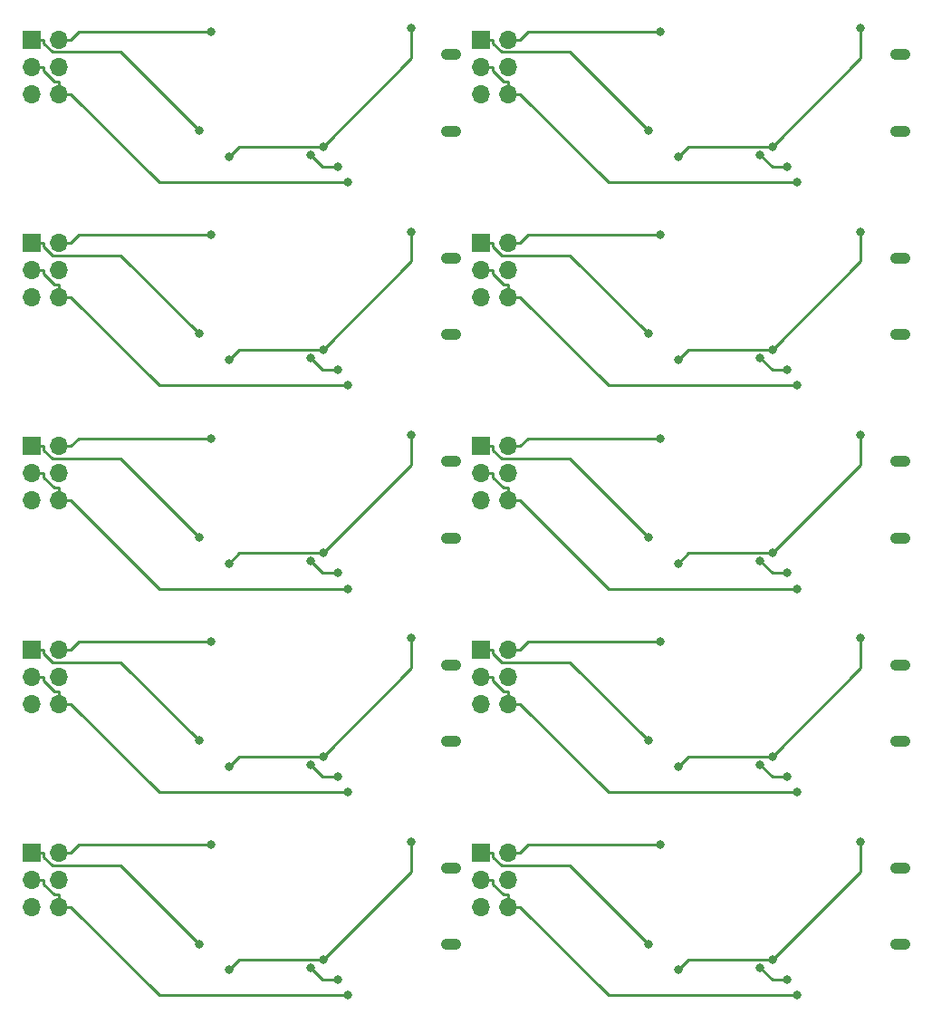
<source format=gbr>
%TF.GenerationSoftware,KiCad,Pcbnew,(5.1.9)-1*%
%TF.CreationDate,2021-05-04T17:37:26+02:00*%
%TF.ProjectId,IM350_AM550_5V_V2.0_Multi,494d3335-305f-4414-9d35-35305f35565f,rev?*%
%TF.SameCoordinates,Original*%
%TF.FileFunction,Copper,L2,Bot*%
%TF.FilePolarity,Positive*%
%FSLAX46Y46*%
G04 Gerber Fmt 4.6, Leading zero omitted, Abs format (unit mm)*
G04 Created by KiCad (PCBNEW (5.1.9)-1) date 2021-05-04 17:37:26*
%MOMM*%
%LPD*%
G01*
G04 APERTURE LIST*
%TA.AperFunction,ComponentPad*%
%ADD10O,1.900000X1.050000*%
%TD*%
%TA.AperFunction,ComponentPad*%
%ADD11O,1.700000X1.700000*%
%TD*%
%TA.AperFunction,ComponentPad*%
%ADD12R,1.700000X1.700000*%
%TD*%
%TA.AperFunction,ViaPad*%
%ADD13C,0.800000*%
%TD*%
%TA.AperFunction,Conductor*%
%ADD14C,0.250000*%
%TD*%
G04 APERTURE END LIST*
D10*
%TO.P,J5,*%
%TO.N,*%
X69200000Y-106425000D03*
X69200000Y-113575000D03*
%TD*%
D11*
%TO.P,J7,6*%
%TO.N,Net-(C2-Pad2)*%
X32540000Y-110080000D03*
%TO.P,J7,5*%
%TO.N,Net-(J7-Pad5)*%
X30000000Y-110080000D03*
%TO.P,J7,4*%
%TO.N,Net-(J7-Pad4)*%
X32540000Y-107540000D03*
%TO.P,J7,3*%
%TO.N,Net-(C2-Pad2)*%
X30000000Y-107540000D03*
%TO.P,J7,2*%
%TO.N,Net-(J7-Pad2)*%
X32540000Y-105000000D03*
D12*
%TO.P,J7,1*%
%TO.N,Net-(J7-Pad1)*%
X30000000Y-105000000D03*
%TD*%
D10*
%TO.P,J5,*%
%TO.N,*%
X111200000Y-113575000D03*
X111200000Y-106425000D03*
%TD*%
D12*
%TO.P,J7,1*%
%TO.N,Net-(J7-Pad1)*%
X72000000Y-105000000D03*
D11*
%TO.P,J7,2*%
%TO.N,Net-(J7-Pad2)*%
X74540000Y-105000000D03*
%TO.P,J7,3*%
%TO.N,Net-(C2-Pad2)*%
X72000000Y-107540000D03*
%TO.P,J7,4*%
%TO.N,Net-(J7-Pad4)*%
X74540000Y-107540000D03*
%TO.P,J7,5*%
%TO.N,Net-(J7-Pad5)*%
X72000000Y-110080000D03*
%TO.P,J7,6*%
%TO.N,Net-(C2-Pad2)*%
X74540000Y-110080000D03*
%TD*%
D10*
%TO.P,J5,*%
%TO.N,*%
X111200000Y-87425000D03*
X111200000Y-94575000D03*
%TD*%
D11*
%TO.P,J7,6*%
%TO.N,Net-(C2-Pad2)*%
X74540000Y-91080000D03*
%TO.P,J7,5*%
%TO.N,Net-(J7-Pad5)*%
X72000000Y-91080000D03*
%TO.P,J7,4*%
%TO.N,Net-(J7-Pad4)*%
X74540000Y-88540000D03*
%TO.P,J7,3*%
%TO.N,Net-(C2-Pad2)*%
X72000000Y-88540000D03*
%TO.P,J7,2*%
%TO.N,Net-(J7-Pad2)*%
X74540000Y-86000000D03*
D12*
%TO.P,J7,1*%
%TO.N,Net-(J7-Pad1)*%
X72000000Y-86000000D03*
%TD*%
%TO.P,J7,1*%
%TO.N,Net-(J7-Pad1)*%
X30000000Y-86000000D03*
D11*
%TO.P,J7,2*%
%TO.N,Net-(J7-Pad2)*%
X32540000Y-86000000D03*
%TO.P,J7,3*%
%TO.N,Net-(C2-Pad2)*%
X30000000Y-88540000D03*
%TO.P,J7,4*%
%TO.N,Net-(J7-Pad4)*%
X32540000Y-88540000D03*
%TO.P,J7,5*%
%TO.N,Net-(J7-Pad5)*%
X30000000Y-91080000D03*
%TO.P,J7,6*%
%TO.N,Net-(C2-Pad2)*%
X32540000Y-91080000D03*
%TD*%
D10*
%TO.P,J5,*%
%TO.N,*%
X69200000Y-94575000D03*
X69200000Y-87425000D03*
%TD*%
%TO.P,J5,*%
%TO.N,*%
X69200000Y-68425000D03*
X69200000Y-75575000D03*
%TD*%
D11*
%TO.P,J7,6*%
%TO.N,Net-(C2-Pad2)*%
X32540000Y-72080000D03*
%TO.P,J7,5*%
%TO.N,Net-(J7-Pad5)*%
X30000000Y-72080000D03*
%TO.P,J7,4*%
%TO.N,Net-(J7-Pad4)*%
X32540000Y-69540000D03*
%TO.P,J7,3*%
%TO.N,Net-(C2-Pad2)*%
X30000000Y-69540000D03*
%TO.P,J7,2*%
%TO.N,Net-(J7-Pad2)*%
X32540000Y-67000000D03*
D12*
%TO.P,J7,1*%
%TO.N,Net-(J7-Pad1)*%
X30000000Y-67000000D03*
%TD*%
D10*
%TO.P,J5,*%
%TO.N,*%
X111200000Y-75575000D03*
X111200000Y-68425000D03*
%TD*%
D12*
%TO.P,J7,1*%
%TO.N,Net-(J7-Pad1)*%
X72000000Y-67000000D03*
D11*
%TO.P,J7,2*%
%TO.N,Net-(J7-Pad2)*%
X74540000Y-67000000D03*
%TO.P,J7,3*%
%TO.N,Net-(C2-Pad2)*%
X72000000Y-69540000D03*
%TO.P,J7,4*%
%TO.N,Net-(J7-Pad4)*%
X74540000Y-69540000D03*
%TO.P,J7,5*%
%TO.N,Net-(J7-Pad5)*%
X72000000Y-72080000D03*
%TO.P,J7,6*%
%TO.N,Net-(C2-Pad2)*%
X74540000Y-72080000D03*
%TD*%
%TO.P,J7,6*%
%TO.N,Net-(C2-Pad2)*%
X74540000Y-53080000D03*
%TO.P,J7,5*%
%TO.N,Net-(J7-Pad5)*%
X72000000Y-53080000D03*
%TO.P,J7,4*%
%TO.N,Net-(J7-Pad4)*%
X74540000Y-50540000D03*
%TO.P,J7,3*%
%TO.N,Net-(C2-Pad2)*%
X72000000Y-50540000D03*
%TO.P,J7,2*%
%TO.N,Net-(J7-Pad2)*%
X74540000Y-48000000D03*
D12*
%TO.P,J7,1*%
%TO.N,Net-(J7-Pad1)*%
X72000000Y-48000000D03*
%TD*%
D10*
%TO.P,J5,*%
%TO.N,*%
X111200000Y-49425000D03*
X111200000Y-56575000D03*
%TD*%
%TO.P,J5,*%
%TO.N,*%
X69200000Y-56575000D03*
X69200000Y-49425000D03*
%TD*%
D12*
%TO.P,J7,1*%
%TO.N,Net-(J7-Pad1)*%
X30000000Y-48000000D03*
D11*
%TO.P,J7,2*%
%TO.N,Net-(J7-Pad2)*%
X32540000Y-48000000D03*
%TO.P,J7,3*%
%TO.N,Net-(C2-Pad2)*%
X30000000Y-50540000D03*
%TO.P,J7,4*%
%TO.N,Net-(J7-Pad4)*%
X32540000Y-50540000D03*
%TO.P,J7,5*%
%TO.N,Net-(J7-Pad5)*%
X30000000Y-53080000D03*
%TO.P,J7,6*%
%TO.N,Net-(C2-Pad2)*%
X32540000Y-53080000D03*
%TD*%
D10*
%TO.P,J5,*%
%TO.N,*%
X111200000Y-37575000D03*
X111200000Y-30425000D03*
%TD*%
D12*
%TO.P,J7,1*%
%TO.N,Net-(J7-Pad1)*%
X72000000Y-29000000D03*
D11*
%TO.P,J7,2*%
%TO.N,Net-(J7-Pad2)*%
X74540000Y-29000000D03*
%TO.P,J7,3*%
%TO.N,Net-(C2-Pad2)*%
X72000000Y-31540000D03*
%TO.P,J7,4*%
%TO.N,Net-(J7-Pad4)*%
X74540000Y-31540000D03*
%TO.P,J7,5*%
%TO.N,Net-(J7-Pad5)*%
X72000000Y-34080000D03*
%TO.P,J7,6*%
%TO.N,Net-(C2-Pad2)*%
X74540000Y-34080000D03*
%TD*%
%TO.P,J7,6*%
%TO.N,Net-(C2-Pad2)*%
X32540000Y-34080000D03*
%TO.P,J7,5*%
%TO.N,Net-(J7-Pad5)*%
X30000000Y-34080000D03*
%TO.P,J7,4*%
%TO.N,Net-(J7-Pad4)*%
X32540000Y-31540000D03*
%TO.P,J7,3*%
%TO.N,Net-(C2-Pad2)*%
X30000000Y-31540000D03*
%TO.P,J7,2*%
%TO.N,Net-(J7-Pad2)*%
X32540000Y-29000000D03*
D12*
%TO.P,J7,1*%
%TO.N,Net-(J7-Pad1)*%
X30000000Y-29000000D03*
%TD*%
D10*
%TO.P,J5,*%
%TO.N,*%
X69200000Y-30425000D03*
X69200000Y-37575000D03*
%TD*%
D13*
%TO.N,+3V3*%
X65545200Y-27950000D03*
X57289600Y-38993500D03*
X48478500Y-39936000D03*
X107545200Y-27950000D03*
X99289600Y-38993500D03*
X90478500Y-39936000D03*
X65545200Y-46950000D03*
X57289600Y-57993500D03*
X48478500Y-58936000D03*
X107545200Y-46950000D03*
X99289600Y-57993500D03*
X90478500Y-58936000D03*
X57289600Y-76993500D03*
X107545200Y-65950000D03*
X99289600Y-76993500D03*
X90478500Y-77936000D03*
X65545200Y-65950000D03*
X48478500Y-77936000D03*
X57289600Y-95993500D03*
X48478500Y-96936000D03*
X107545200Y-84950000D03*
X99289600Y-95993500D03*
X90478500Y-96936000D03*
X65545200Y-84950000D03*
X90478500Y-115936000D03*
X65545200Y-103950000D03*
X48478500Y-115936000D03*
X107545200Y-103950000D03*
X99289600Y-114993500D03*
X57289600Y-114993500D03*
%TO.N,Net-(C2-Pad2)*%
X59620500Y-42307500D03*
X101620500Y-42307500D03*
X59620500Y-61307500D03*
X101620500Y-61307500D03*
X101620500Y-80307500D03*
X59620500Y-80307500D03*
X59620500Y-99307500D03*
X101620500Y-99307500D03*
X59620500Y-118307500D03*
X101620500Y-118307500D03*
%TO.N,Net-(J7-Pad2)*%
X46835400Y-28261900D03*
X88835400Y-28261900D03*
X46835400Y-47261900D03*
X88835400Y-47261900D03*
X88835400Y-66261900D03*
X46835400Y-66261900D03*
X88835400Y-85261900D03*
X46835400Y-85261900D03*
X46835400Y-104261900D03*
X88835400Y-104261900D03*
%TO.N,Net-(J7-Pad1)*%
X45663800Y-37497900D03*
X87663800Y-37497900D03*
X45663800Y-56497900D03*
X87663800Y-56497900D03*
X45663800Y-75497900D03*
X87663800Y-75497900D03*
X87663800Y-94497900D03*
X45663800Y-94497900D03*
X45663800Y-113497900D03*
X87663800Y-113497900D03*
%TO.N,Net-(SW1-Pad1)*%
X58630500Y-40855200D03*
X56151700Y-39749600D03*
X98151700Y-39749600D03*
X100630500Y-40855200D03*
X56151700Y-58749600D03*
X58630500Y-59855200D03*
X100630500Y-59855200D03*
X98151700Y-58749600D03*
X100630500Y-78855200D03*
X56151700Y-77749600D03*
X58630500Y-78855200D03*
X98151700Y-77749600D03*
X56151700Y-96749600D03*
X58630500Y-97855200D03*
X100630500Y-97855200D03*
X98151700Y-96749600D03*
X98151700Y-115749600D03*
X56151700Y-115749600D03*
X58630500Y-116855200D03*
X100630500Y-116855200D03*
%TD*%
D14*
%TO.N,+3V3*%
X57289600Y-38993500D02*
X65545200Y-30737900D01*
X65545200Y-30737900D02*
X65545200Y-27950000D01*
X48478500Y-39936000D02*
X49421000Y-38993500D01*
X49421000Y-38993500D02*
X57289600Y-38993500D01*
X99289600Y-38993500D02*
X107545200Y-30737900D01*
X107545200Y-30737900D02*
X107545200Y-27950000D01*
X90478500Y-39936000D02*
X91421000Y-38993500D01*
X91421000Y-38993500D02*
X99289600Y-38993500D01*
X57289600Y-57993500D02*
X65545200Y-49737900D01*
X65545200Y-49737900D02*
X65545200Y-46950000D01*
X48478500Y-58936000D02*
X49421000Y-57993500D01*
X49421000Y-57993500D02*
X57289600Y-57993500D01*
X99289600Y-57993500D02*
X107545200Y-49737900D01*
X91421000Y-57993500D02*
X99289600Y-57993500D01*
X107545200Y-49737900D02*
X107545200Y-46950000D01*
X90478500Y-58936000D02*
X91421000Y-57993500D01*
X65545200Y-68737900D02*
X65545200Y-65950000D01*
X49421000Y-76993500D02*
X57289600Y-76993500D01*
X57289600Y-76993500D02*
X65545200Y-68737900D01*
X48478500Y-77936000D02*
X49421000Y-76993500D01*
X91421000Y-76993500D02*
X99289600Y-76993500D01*
X107545200Y-68737900D02*
X107545200Y-65950000D01*
X99289600Y-76993500D02*
X107545200Y-68737900D01*
X90478500Y-77936000D02*
X91421000Y-76993500D01*
X49421000Y-95993500D02*
X57289600Y-95993500D01*
X57289600Y-95993500D02*
X65545200Y-87737900D01*
X65545200Y-87737900D02*
X65545200Y-84950000D01*
X48478500Y-96936000D02*
X49421000Y-95993500D01*
X99289600Y-95993500D02*
X107545200Y-87737900D01*
X91421000Y-95993500D02*
X99289600Y-95993500D01*
X107545200Y-87737900D02*
X107545200Y-84950000D01*
X90478500Y-96936000D02*
X91421000Y-95993500D01*
X107545200Y-106737900D02*
X107545200Y-103950000D01*
X91421000Y-114993500D02*
X99289600Y-114993500D01*
X49421000Y-114993500D02*
X57289600Y-114993500D01*
X57289600Y-114993500D02*
X65545200Y-106737900D01*
X65545200Y-106737900D02*
X65545200Y-103950000D01*
X90478500Y-115936000D02*
X91421000Y-114993500D01*
X99289600Y-114993500D02*
X107545200Y-106737900D01*
X48478500Y-115936000D02*
X49421000Y-114993500D01*
%TO.N,Net-(C2-Pad2)*%
X32540000Y-34080000D02*
X33715300Y-34080000D01*
X59620500Y-42307500D02*
X41942800Y-42307500D01*
X41942800Y-42307500D02*
X33715300Y-34080000D01*
X32540000Y-34080000D02*
X32540000Y-32904700D01*
X30000000Y-31540000D02*
X31175300Y-31540000D01*
X31175300Y-31540000D02*
X31175300Y-31907300D01*
X31175300Y-31907300D02*
X32172700Y-32904700D01*
X32172700Y-32904700D02*
X32540000Y-32904700D01*
X74540000Y-34080000D02*
X75715300Y-34080000D01*
X74540000Y-34080000D02*
X74540000Y-32904700D01*
X101620500Y-42307500D02*
X83942800Y-42307500D01*
X72000000Y-31540000D02*
X73175300Y-31540000D01*
X73175300Y-31540000D02*
X73175300Y-31907300D01*
X73175300Y-31907300D02*
X74172700Y-32904700D01*
X83942800Y-42307500D02*
X75715300Y-34080000D01*
X74172700Y-32904700D02*
X74540000Y-32904700D01*
X32540000Y-53080000D02*
X33715300Y-53080000D01*
X32540000Y-53080000D02*
X32540000Y-51904700D01*
X59620500Y-61307500D02*
X41942800Y-61307500D01*
X30000000Y-50540000D02*
X31175300Y-50540000D01*
X31175300Y-50540000D02*
X31175300Y-50907300D01*
X31175300Y-50907300D02*
X32172700Y-51904700D01*
X41942800Y-61307500D02*
X33715300Y-53080000D01*
X32172700Y-51904700D02*
X32540000Y-51904700D01*
X74540000Y-53080000D02*
X75715300Y-53080000D01*
X101620500Y-61307500D02*
X83942800Y-61307500D01*
X72000000Y-50540000D02*
X73175300Y-50540000D01*
X74540000Y-53080000D02*
X74540000Y-51904700D01*
X73175300Y-50540000D02*
X73175300Y-50907300D01*
X73175300Y-50907300D02*
X74172700Y-51904700D01*
X83942800Y-61307500D02*
X75715300Y-53080000D01*
X74172700Y-51904700D02*
X74540000Y-51904700D01*
X30000000Y-69540000D02*
X31175300Y-69540000D01*
X31175300Y-69907300D02*
X32172700Y-70904700D01*
X41942800Y-80307500D02*
X33715300Y-72080000D01*
X32172700Y-70904700D02*
X32540000Y-70904700D01*
X31175300Y-69540000D02*
X31175300Y-69907300D01*
X32540000Y-72080000D02*
X32540000Y-70904700D01*
X59620500Y-80307500D02*
X41942800Y-80307500D01*
X32540000Y-72080000D02*
X33715300Y-72080000D01*
X74540000Y-72080000D02*
X75715300Y-72080000D01*
X101620500Y-80307500D02*
X83942800Y-80307500D01*
X72000000Y-69540000D02*
X73175300Y-69540000D01*
X74540000Y-72080000D02*
X74540000Y-70904700D01*
X73175300Y-69540000D02*
X73175300Y-69907300D01*
X73175300Y-69907300D02*
X74172700Y-70904700D01*
X74172700Y-70904700D02*
X74540000Y-70904700D01*
X83942800Y-80307500D02*
X75715300Y-72080000D01*
X32540000Y-91080000D02*
X33715300Y-91080000D01*
X30000000Y-88540000D02*
X31175300Y-88540000D01*
X41942800Y-99307500D02*
X33715300Y-91080000D01*
X31175300Y-88907300D02*
X32172700Y-89904700D01*
X32540000Y-91080000D02*
X32540000Y-89904700D01*
X59620500Y-99307500D02*
X41942800Y-99307500D01*
X31175300Y-88540000D02*
X31175300Y-88907300D01*
X32172700Y-89904700D02*
X32540000Y-89904700D01*
X73175300Y-88540000D02*
X73175300Y-88907300D01*
X74540000Y-91080000D02*
X75715300Y-91080000D01*
X73175300Y-88907300D02*
X74172700Y-89904700D01*
X74540000Y-91080000D02*
X74540000Y-89904700D01*
X101620500Y-99307500D02*
X83942800Y-99307500D01*
X72000000Y-88540000D02*
X73175300Y-88540000D01*
X83942800Y-99307500D02*
X75715300Y-91080000D01*
X74172700Y-89904700D02*
X74540000Y-89904700D01*
X72000000Y-107540000D02*
X73175300Y-107540000D01*
X83942800Y-118307500D02*
X75715300Y-110080000D01*
X30000000Y-107540000D02*
X31175300Y-107540000D01*
X59620500Y-118307500D02*
X41942800Y-118307500D01*
X41942800Y-118307500D02*
X33715300Y-110080000D01*
X32540000Y-110080000D02*
X32540000Y-108904700D01*
X31175300Y-107907300D02*
X32172700Y-108904700D01*
X32540000Y-110080000D02*
X33715300Y-110080000D01*
X74172700Y-108904700D02*
X74540000Y-108904700D01*
X74540000Y-110080000D02*
X75715300Y-110080000D01*
X73175300Y-107540000D02*
X73175300Y-107907300D01*
X101620500Y-118307500D02*
X83942800Y-118307500D01*
X74540000Y-110080000D02*
X74540000Y-108904700D01*
X31175300Y-107540000D02*
X31175300Y-107907300D01*
X32172700Y-108904700D02*
X32540000Y-108904700D01*
X73175300Y-107907300D02*
X74172700Y-108904700D01*
%TO.N,Net-(J7-Pad2)*%
X32540000Y-29000000D02*
X33715300Y-29000000D01*
X33715300Y-29000000D02*
X34453400Y-28261900D01*
X34453400Y-28261900D02*
X46835400Y-28261900D01*
X75715300Y-29000000D02*
X76453400Y-28261900D01*
X74540000Y-29000000D02*
X75715300Y-29000000D01*
X76453400Y-28261900D02*
X88835400Y-28261900D01*
X33715300Y-48000000D02*
X34453400Y-47261900D01*
X32540000Y-48000000D02*
X33715300Y-48000000D01*
X34453400Y-47261900D02*
X46835400Y-47261900D01*
X75715300Y-48000000D02*
X76453400Y-47261900D01*
X74540000Y-48000000D02*
X75715300Y-48000000D01*
X76453400Y-47261900D02*
X88835400Y-47261900D01*
X34453400Y-66261900D02*
X46835400Y-66261900D01*
X33715300Y-67000000D02*
X34453400Y-66261900D01*
X32540000Y-67000000D02*
X33715300Y-67000000D01*
X74540000Y-67000000D02*
X75715300Y-67000000D01*
X75715300Y-67000000D02*
X76453400Y-66261900D01*
X76453400Y-66261900D02*
X88835400Y-66261900D01*
X32540000Y-86000000D02*
X33715300Y-86000000D01*
X34453400Y-85261900D02*
X46835400Y-85261900D01*
X33715300Y-86000000D02*
X34453400Y-85261900D01*
X74540000Y-86000000D02*
X75715300Y-86000000D01*
X75715300Y-86000000D02*
X76453400Y-85261900D01*
X76453400Y-85261900D02*
X88835400Y-85261900D01*
X76453400Y-104261900D02*
X88835400Y-104261900D01*
X75715300Y-105000000D02*
X76453400Y-104261900D01*
X74540000Y-105000000D02*
X75715300Y-105000000D01*
X32540000Y-105000000D02*
X33715300Y-105000000D01*
X34453400Y-104261900D02*
X46835400Y-104261900D01*
X33715300Y-105000000D02*
X34453400Y-104261900D01*
%TO.N,Net-(J7-Pad1)*%
X30000000Y-29000000D02*
X31175300Y-29000000D01*
X45663800Y-37497900D02*
X38341200Y-30175300D01*
X38341200Y-30175300D02*
X31983200Y-30175300D01*
X31983200Y-30175300D02*
X31175300Y-29367400D01*
X31175300Y-29367400D02*
X31175300Y-29000000D01*
X87663800Y-37497900D02*
X80341200Y-30175300D01*
X73175300Y-29367400D02*
X73175300Y-29000000D01*
X80341200Y-30175300D02*
X73983200Y-30175300D01*
X73983200Y-30175300D02*
X73175300Y-29367400D01*
X72000000Y-29000000D02*
X73175300Y-29000000D01*
X45663800Y-56497900D02*
X38341200Y-49175300D01*
X31175300Y-48367400D02*
X31175300Y-48000000D01*
X38341200Y-49175300D02*
X31983200Y-49175300D01*
X31983200Y-49175300D02*
X31175300Y-48367400D01*
X30000000Y-48000000D02*
X31175300Y-48000000D01*
X73983200Y-49175300D02*
X73175300Y-48367400D01*
X87663800Y-56497900D02*
X80341200Y-49175300D01*
X73175300Y-48367400D02*
X73175300Y-48000000D01*
X80341200Y-49175300D02*
X73983200Y-49175300D01*
X72000000Y-48000000D02*
X73175300Y-48000000D01*
X45663800Y-75497900D02*
X38341200Y-68175300D01*
X31983200Y-68175300D02*
X31175300Y-67367400D01*
X38341200Y-68175300D02*
X31983200Y-68175300D01*
X31175300Y-67367400D02*
X31175300Y-67000000D01*
X30000000Y-67000000D02*
X31175300Y-67000000D01*
X87663800Y-75497900D02*
X80341200Y-68175300D01*
X73983200Y-68175300D02*
X73175300Y-67367400D01*
X73175300Y-67367400D02*
X73175300Y-67000000D01*
X80341200Y-68175300D02*
X73983200Y-68175300D01*
X72000000Y-67000000D02*
X73175300Y-67000000D01*
X45663800Y-94497900D02*
X38341200Y-87175300D01*
X31983200Y-87175300D02*
X31175300Y-86367400D01*
X30000000Y-86000000D02*
X31175300Y-86000000D01*
X38341200Y-87175300D02*
X31983200Y-87175300D01*
X31175300Y-86367400D02*
X31175300Y-86000000D01*
X73175300Y-86367400D02*
X73175300Y-86000000D01*
X80341200Y-87175300D02*
X73983200Y-87175300D01*
X73983200Y-87175300D02*
X73175300Y-86367400D01*
X87663800Y-94497900D02*
X80341200Y-87175300D01*
X72000000Y-86000000D02*
X73175300Y-86000000D01*
X73175300Y-105367400D02*
X73175300Y-105000000D01*
X80341200Y-106175300D02*
X73983200Y-106175300D01*
X31175300Y-105367400D02*
X31175300Y-105000000D01*
X45663800Y-113497900D02*
X38341200Y-106175300D01*
X31983200Y-106175300D02*
X31175300Y-105367400D01*
X73983200Y-106175300D02*
X73175300Y-105367400D01*
X87663800Y-113497900D02*
X80341200Y-106175300D01*
X72000000Y-105000000D02*
X73175300Y-105000000D01*
X30000000Y-105000000D02*
X31175300Y-105000000D01*
X38341200Y-106175300D02*
X31983200Y-106175300D01*
%TO.N,Net-(SW1-Pad1)*%
X56151700Y-39749600D02*
X57257300Y-40855200D01*
X57257300Y-40855200D02*
X58630500Y-40855200D01*
X98151700Y-39749600D02*
X99257300Y-40855200D01*
X99257300Y-40855200D02*
X100630500Y-40855200D01*
X56151700Y-58749600D02*
X57257300Y-59855200D01*
X57257300Y-59855200D02*
X58630500Y-59855200D01*
X98151700Y-58749600D02*
X99257300Y-59855200D01*
X99257300Y-59855200D02*
X100630500Y-59855200D01*
X57257300Y-78855200D02*
X58630500Y-78855200D01*
X56151700Y-77749600D02*
X57257300Y-78855200D01*
X98151700Y-77749600D02*
X99257300Y-78855200D01*
X99257300Y-78855200D02*
X100630500Y-78855200D01*
X57257300Y-97855200D02*
X58630500Y-97855200D01*
X56151700Y-96749600D02*
X57257300Y-97855200D01*
X98151700Y-96749600D02*
X99257300Y-97855200D01*
X99257300Y-97855200D02*
X100630500Y-97855200D01*
X56151700Y-115749600D02*
X57257300Y-116855200D01*
X57257300Y-116855200D02*
X58630500Y-116855200D01*
X98151700Y-115749600D02*
X99257300Y-116855200D01*
X99257300Y-116855200D02*
X100630500Y-116855200D01*
%TD*%
M02*

</source>
